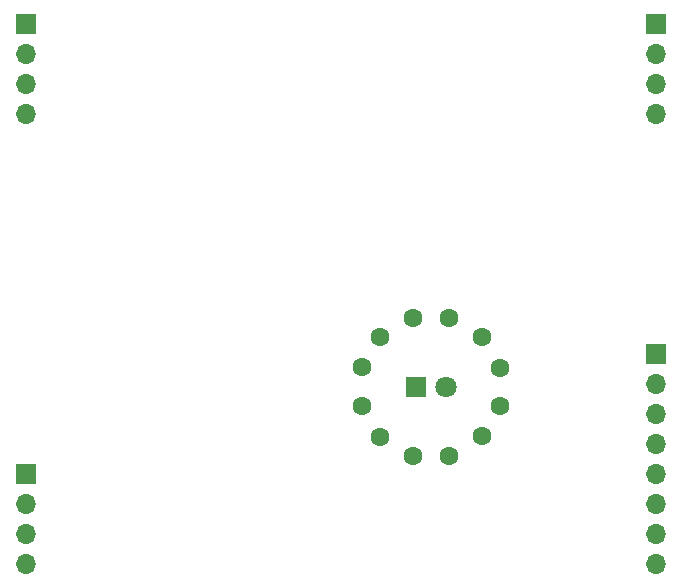
<source format=gbr>
G04 #@! TF.GenerationSoftware,KiCad,Pcbnew,5.1.6-c6e7f7d~87~ubuntu18.04.1*
G04 #@! TF.CreationDate,2020-07-17T09:27:03-04:00*
G04 #@! TF.ProjectId,optical_phasor_plug_in_board,6f707469-6361-46c5-9f70-6861736f725f,1.1*
G04 #@! TF.SameCoordinates,Original*
G04 #@! TF.FileFunction,Soldermask,Bot*
G04 #@! TF.FilePolarity,Negative*
%FSLAX46Y46*%
G04 Gerber Fmt 4.6, Leading zero omitted, Abs format (unit mm)*
G04 Created by KiCad (PCBNEW 5.1.6-c6e7f7d~87~ubuntu18.04.1) date 2020-07-17 09:27:03*
%MOMM*%
%LPD*%
G01*
G04 APERTURE LIST*
%ADD10C,1.600000*%
%ADD11R,1.700000X1.700000*%
%ADD12O,1.700000X1.700000*%
%ADD13C,1.800000*%
%ADD14R,1.800000X1.800000*%
G04 APERTURE END LIST*
D10*
X147843793Y-97662999D03*
X149343793Y-95064923D03*
D11*
X119380000Y-106680000D03*
D12*
X119380000Y-109220000D03*
X119380000Y-111760000D03*
X119380000Y-114300000D03*
D13*
X154940000Y-99314000D03*
D14*
X152400000Y-99314000D03*
D12*
X119380000Y-76200000D03*
X119380000Y-73660000D03*
X119380000Y-71120000D03*
D11*
X119380000Y-68580000D03*
D12*
X172720000Y-76200000D03*
X172720000Y-73660000D03*
X172720000Y-71120000D03*
D11*
X172720000Y-68580000D03*
X172720000Y-96520000D03*
D12*
X172720000Y-99060000D03*
X172720000Y-101600000D03*
X172720000Y-104140000D03*
X172720000Y-106680000D03*
X172720000Y-109220000D03*
X172720000Y-111760000D03*
X172720000Y-114300000D03*
D10*
X147843793Y-100965001D03*
X149343793Y-103563077D03*
X159472207Y-97721075D03*
X157972207Y-95122999D03*
X155146000Y-93472000D03*
X152146000Y-93472000D03*
X159472207Y-100906925D03*
X157972207Y-103505001D03*
X155146000Y-105156000D03*
X152146000Y-105156000D03*
M02*

</source>
